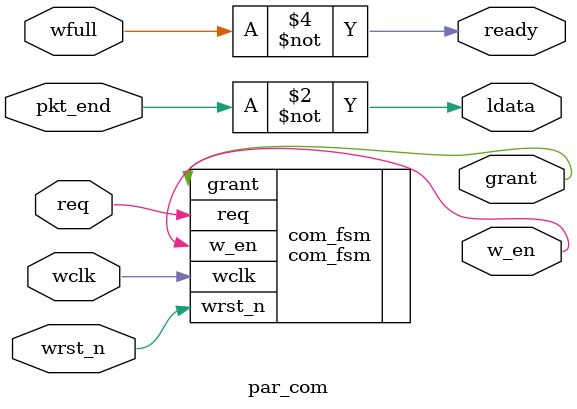
<source format=v>
`include "com_fsm.v"
module par_com (output grant, w_en, output reg ldata, ready,
                input req, pkt_end, wfull, wclk, wrst_n);

    com_fsm com_fsm(.grant(grant), .w_en(w_en), .req(req), .wclk(wclk), .wrst_n(wrst_n));

    always @(*)
        ldata = ~pkt_end;  
    
    always @(*)
        ready = ~wfull;

endmodule
</source>
